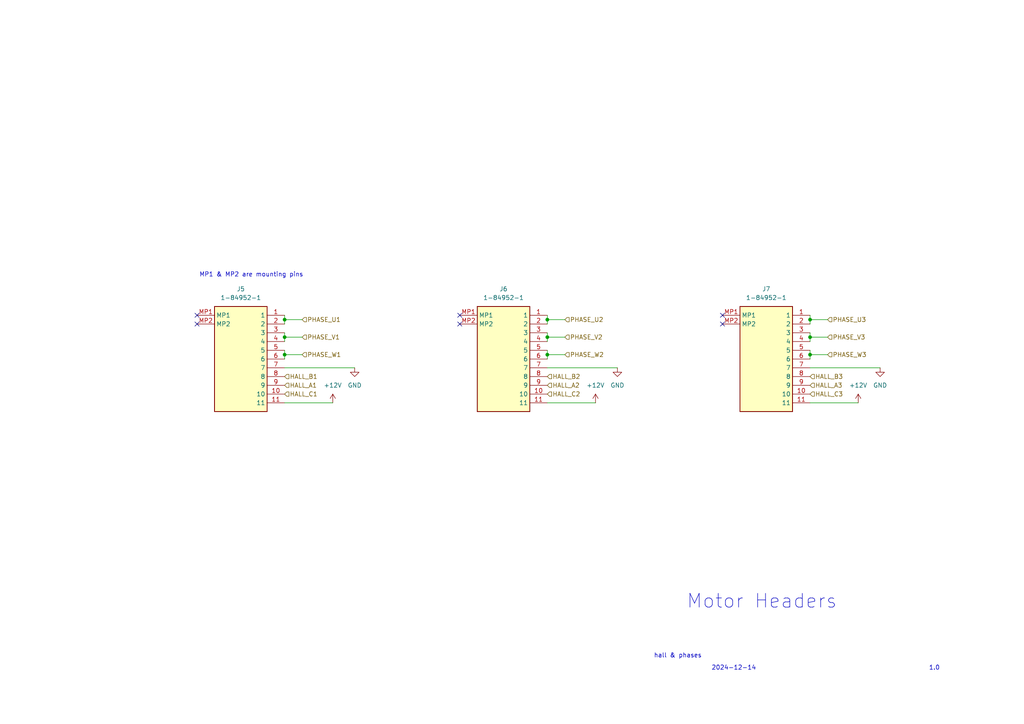
<source format=kicad_sch>
(kicad_sch (version 20231120) (generator "eeschema") (generator_version "8.0")
  (paper "A4")
  (lib_symbols
    (symbol "1-84952-1:1-84952-1"
      (property "Reference" "J" (at 21.59 7.62 0))
      (property "Value" "1-84952-1" (at 21.59 5.08 0))
      (symbol "1-84952-1_1_1"
        (rectangle (start 5.08 2.54) (end 20.32 -27.94) (stroke (width 0.254)) (fill (type background)))
        (pin passive line (at 25.4 0 180) (length 5.08) (name "1") (number "1"))
        (pin passive line (at 25.4 -22.86 180) (length 5.08) (name "10") (number "10"))
        (pin passive line (at 25.4 -25.4 180) (length 5.08) (name "11") (number "11"))
        (pin passive line (at 25.4 -2.54 180) (length 5.08) (name "2") (number "2"))
        (pin passive line (at 25.4 -5.08 180) (length 5.08) (name "3") (number "3"))
        (pin passive line (at 25.4 -7.62 180) (length 5.08) (name "4") (number "4"))
        (pin passive line (at 25.4 -10.16 180) (length 5.08) (name "5") (number "5"))
        (pin passive line (at 25.4 -12.7 180) (length 5.08) (name "6") (number "6"))
        (pin passive line (at 25.4 -15.24 180) (length 5.08) (name "7") (number "7"))
        (pin passive line (at 25.4 -17.78 180) (length 5.08) (name "8") (number "8"))
        (pin passive line (at 25.4 -20.32 180) (length 5.08) (name "9") (number "9"))
        (pin passive line (at 0 0 0) (length 5.08) (name "MP1") (number "MP1"))
        (pin passive line (at 0 -2.54 0) (length 5.08) (name "MP2") (number "MP2"))
      )
    )
    (symbol "power:+12V" (power) (pin_numbers hide) (pin_names (offset 0) hide)
      (property "Value" "+12V" (at 0 3.556 0))
      (symbol "+12V_0_1"
        (polyline (pts (xy -0.762 1.27) (xy 0 2.54)))
        (polyline (pts (xy 0 0) (xy 0 2.54)))
        (polyline (pts (xy 0 2.54) (xy 0.762 1.27)))
      )
      (symbol "+12V_1_1"
        (pin power_in line (at 0 0 90) (length 0) (name "~") (number "1"))
      )
    )
    (symbol "power:GND" (power) (pin_numbers hide) (pin_names (offset 0) hide)
      (property "Value" "GND" (at 0 -3.81 0))
      (symbol "GND_0_1"
        (polyline (pts (xy 0 0) (xy 0 -1.27) (xy 1.27 -1.27) (xy 0 -2.54) (xy -1.27 -1.27) (xy 0 -1.27)))
      )
      (symbol "GND_1_1"
        (pin power_in line (at 0 0 270) (length 0) (name "~") (number "1"))
      )
    )
  )
  (junction (at 234.95 102.87))
  (junction (at 82.55 102.87))
  (junction (at 158.75 97.79))
  (junction (at 234.95 92.71))
  (junction (at 82.55 92.71))
  (junction (at 158.75 92.71))
  (junction (at 82.55 97.79))
  (junction (at 158.75 102.87))
  (junction (at 234.95 97.79))
  (no_connect (at 133.35 91.44))
  (no_connect (at 209.55 91.44))
  (no_connect (at 57.15 91.44))
  (no_connect (at 57.15 93.98))
  (no_connect (at 209.55 93.98))
  (no_connect (at 133.35 93.98))
  (wire (pts (xy 158.75 97.79) (xy 158.75 99.06)))
  (wire (pts (xy 163.83 92.71) (xy 158.75 92.71)))
  (wire (pts (xy 234.95 91.44) (xy 234.95 92.71)))
  (wire (pts (xy 87.63 102.87) (xy 82.55 102.87)))
  (wire (pts (xy 240.03 97.79) (xy 234.95 97.79)))
  (wire (pts (xy 240.03 102.87) (xy 234.95 102.87)))
  (wire (pts (xy 82.55 97.79) (xy 82.55 99.06)))
  (wire (pts (xy 158.75 92.71) (xy 158.75 93.98)))
  (wire (pts (xy 240.03 92.71) (xy 234.95 92.71)))
  (wire (pts (xy 172.72 116.84) (xy 158.75 116.84)))
  (wire (pts (xy 234.95 96.52) (xy 234.95 97.79)))
  (wire (pts (xy 87.63 92.71) (xy 82.55 92.71)))
  (wire (pts (xy 234.95 97.79) (xy 234.95 99.06)))
  (wire (pts (xy 82.55 101.6) (xy 82.55 102.87)))
  (wire (pts (xy 158.75 91.44) (xy 158.75 92.71)))
  (wire (pts (xy 158.75 106.68) (xy 179.07 106.68)))
  (wire (pts (xy 234.95 92.71) (xy 234.95 93.98)))
  (wire (pts (xy 87.63 97.79) (xy 82.55 97.79)))
  (wire (pts (xy 234.95 106.68) (xy 255.27 106.68)))
  (wire (pts (xy 96.52 116.84) (xy 82.55 116.84)))
  (wire (pts (xy 82.55 102.87) (xy 82.55 104.14)))
  (wire (pts (xy 163.83 102.87) (xy 158.75 102.87)))
  (wire (pts (xy 158.75 96.52) (xy 158.75 97.79)))
  (wire (pts (xy 234.95 101.6) (xy 234.95 102.87)))
  (wire (pts (xy 158.75 101.6) (xy 158.75 102.87)))
  (wire (pts (xy 163.83 97.79) (xy 158.75 97.79)))
  (wire (pts (xy 82.55 91.44) (xy 82.55 92.71)))
  (wire (pts (xy 158.75 102.87) (xy 158.75 104.14)))
  (wire (pts (xy 82.55 106.68) (xy 102.87 106.68)))
  (wire (pts (xy 234.95 102.87) (xy 234.95 104.14)))
  (wire (pts (xy 82.55 92.71) (xy 82.55 93.98)))
  (wire (pts (xy 82.55 96.52) (xy 82.55 97.79)))
  (wire (pts (xy 248.92 116.84) (xy 234.95 116.84)))
  (text "1.0" (at 271.018 193.802 0) (effects (font (size 1.27 1.27))))
  (text "MP1 & MP2 are mounting pins" (at 72.898 79.756 0) (effects (font (size 1.27 1.27))))
  (text "Motor Headers" (at 220.98 174.498 0) (effects (font (size 4 4))))
  (text "2024-12-14" (at 212.852 193.802 0) (effects (font (size 1.27 1.27))))
  (text "hall & phases\n" (at 196.596 190.246 0) (effects (font (size 1.27 1.27))))
  (hierarchical_label "PHASE_U3" (shape input) (at 240.03 92.71 0))
  (hierarchical_label "PHASE_U2" (shape input) (at 163.83 92.71 0))
  (hierarchical_label "HALL_A2" (shape input) (at 158.75 111.76 0))
  (hierarchical_label "PHASE_W1" (shape input) (at 87.63 102.87 0))
  (hierarchical_label "HALL_B1" (shape input) (at 82.55 109.22 0))
  (hierarchical_label "HALL_B2" (shape input) (at 158.75 109.22 0))
  (hierarchical_label "HALL_B3" (shape input) (at 234.95 109.22 0))
  (hierarchical_label "PHASE_W2" (shape input) (at 163.83 102.87 0))
  (hierarchical_label "PHASE_V1" (shape input) (at 87.63 97.79 0))
  (hierarchical_label "PHASE_U1" (shape input) (at 87.63 92.71 0))
  (hierarchical_label "PHASE_V2" (shape input) (at 163.83 97.79 0))
  (hierarchical_label "PHASE_V3" (shape input) (at 240.03 97.79 0))
  (hierarchical_label "PHASE_W3" (shape input) (at 240.03 102.87 0))
  (hierarchical_label "HALL_A1" (shape input) (at 82.55 111.76 0))
  (hierarchical_label "HALL_C1" (shape input) (at 82.55 114.3 0))
  (hierarchical_label "HALL_A3" (shape input) (at 234.95 111.76 0))
  (hierarchical_label "HALL_C3" (shape input) (at 234.95 114.3 0))
  (hierarchical_label "HALL_C2" (shape input) (at 158.75 114.3 0))
  (symbol (lib_id "power:GND") (at 255.27 106.68 0) (unit 1)
    (property "Reference" "#PWR0213" (effects (hide yes)))
    (property "Value" "GND" (at 255.27 111.76 0))
    (property "Description" "Power symbol creates a global label with name \"GND\" , ground" (effects (hide yes)))
  )
  (symbol (lib_id "1-84952-1:1-84952-1") (at 133.35 91.44 0) (unit 1)
    (property "Reference" "J6" (at 146.05 83.82 0))
    (property "Value" "1-84952-1" (at 146.05 86.36 0))
    (property "Footprint" "kuben-footprints:1849521" (effects (hide yes)))
    (property "Datasheet" "https://componentsearchengine.com/Datasheets/2/1-84952-1.pdf" (effects (hide yes)))
    (property "Description" "FFC & FPC Connectors 1MM FPC HORZ .BTTM CONT.ASS.11P" (effects (hide yes)))
    (property "Height" "2.74" (effects (hide yes)))
    (property "Mouser Part Number" "571-1-84952-1" (effects (hide yes)))
    (property "Mouser Price/Stock" "https://www.mouser.co.uk/ProductDetail/TE-Connectivity/1-84952-1?qs=uUkeXfjQ8uS9Vjbveobf0Q%3D%3D" (effects (hide yes)))
    (property "Manufacturer_Name" "TE Connectivity" (effects (hide yes)))
    (property "Manufacturer_Part_Number" "1-84952-1" (effects (hide yes)))
  )
  (symbol (lib_id "power:+12V") (at 96.52 116.84 0) (unit 1)
    (property "Reference" "#PWR0208" (effects (hide yes)))
    (property "Value" "+12V" (at 96.52 111.76 0))
    (property "Description" "Power symbol creates a global label with name \"+12V\"" (effects (hide yes)))
  )
  (symbol (lib_id "1-84952-1:1-84952-1") (at 209.55 91.44 0) (unit 1)
    (property "Reference" "J7" (at 222.25 83.82 0))
    (property "Value" "1-84952-1" (at 222.25 86.36 0))
    (property "Footprint" "kuben-footprints:1849521" (effects (hide yes)))
    (property "Datasheet" "https://componentsearchengine.com/Datasheets/2/1-84952-1.pdf" (effects (hide yes)))
    (property "Description" "FFC & FPC Connectors 1MM FPC HORZ .BTTM CONT.ASS.11P" (effects (hide yes)))
    (property "Height" "2.74" (effects (hide yes)))
    (property "Mouser Part Number" "571-1-84952-1" (effects (hide yes)))
    (property "Mouser Price/Stock" "https://www.mouser.co.uk/ProductDetail/TE-Connectivity/1-84952-1?qs=uUkeXfjQ8uS9Vjbveobf0Q%3D%3D" (effects (hide yes)))
    (property "Manufacturer_Name" "TE Connectivity" (effects (hide yes)))
    (property "Manufacturer_Part_Number" "1-84952-1" (effects (hide yes)))
  )
  (symbol (lib_id "power:GND") (at 102.87 106.68 0) (unit 1)
    (property "Reference" "#PWR0209" (effects (hide yes)))
    (property "Value" "GND" (at 102.87 111.76 0))
    (property "Description" "Power symbol creates a global label with name \"GND\" , ground" (effects (hide yes)))
  )
  (symbol (lib_id "power:+12V") (at 248.92 116.84 0) (unit 1)
    (property "Reference" "#PWR0212" (effects (hide yes)))
    (property "Value" "+12V" (at 248.92 111.76 0))
    (property "Description" "Power symbol creates a global label with name \"+12V\"" (effects (hide yes)))
  )
  (symbol (lib_id "power:GND") (at 179.07 106.68 0) (unit 1)
    (property "Reference" "#PWR0211" (effects (hide yes)))
    (property "Value" "GND" (at 179.07 111.76 0))
    (property "Description" "Power symbol creates a global label with name \"GND\" , ground" (effects (hide yes)))
  )
  (symbol (lib_id "1-84952-1:1-84952-1") (at 57.15 91.44 0) (unit 1)
    (property "Reference" "J5" (at 69.85 83.82 0))
    (property "Value" "1-84952-1" (at 69.85 86.36 0))
    (property "Footprint" "kuben-footprints:1849521" (effects (hide yes)))
    (property "Datasheet" "https://componentsearchengine.com/Datasheets/2/1-84952-1.pdf" (effects (hide yes)))
    (property "Description" "FFC & FPC Connectors 1MM FPC HORZ .BTTM CONT.ASS.11P" (effects (hide yes)))
    (property "Height" "2.74" (effects (hide yes)))
    (property "Mouser Part Number" "571-1-84952-1" (effects (hide yes)))
    (property "Mouser Price/Stock" "https://www.mouser.co.uk/ProductDetail/TE-Connectivity/1-84952-1?qs=uUkeXfjQ8uS9Vjbveobf0Q%3D%3D" (effects (hide yes)))
    (property "Manufacturer_Name" "TE Connectivity" (effects (hide yes)))
    (property "Manufacturer_Part_Number" "1-84952-1" (effects (hide yes)))
  )
  (symbol (lib_id "power:+12V") (at 172.72 116.84 0) (unit 1)
    (property "Reference" "#PWR0210" (effects (hide yes)))
    (property "Value" "+12V" (at 172.72 111.76 0))
    (property "Description" "Power symbol creates a global label with name \"+12V\"" (effects (hide yes)))
  )
)
</source>
